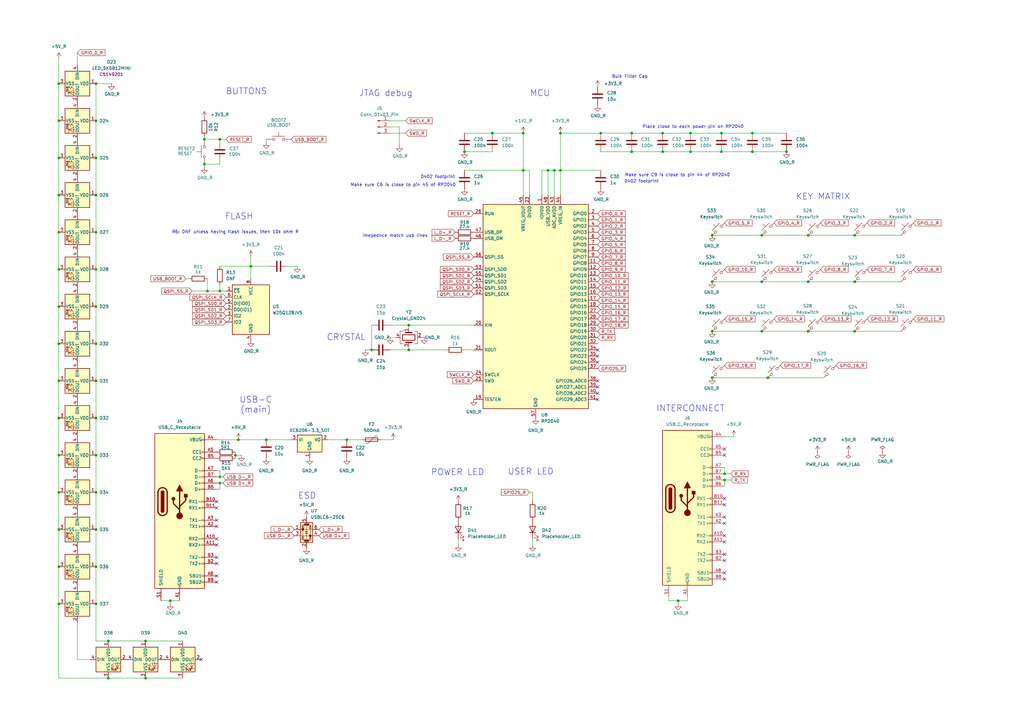
<source format=kicad_sch>
(kicad_sch (version 20231120) (generator "eeschema") (generator_version "8.0")
  (paper "A3")
  (title_block (title "Project Complex") (rev "Imaginary") (company "HRZN | KQ4SPZ"))
  (junction (at 39.37 34.29))
  (junction (at 214.63 54.61))
  (junction (at 278.13 246.38))
  (junction (at 96.52 186.69))
  (junction (at 59.69 278.13))
  (junction (at 224.79 69.85))
  (junction (at 24.13 125.73))
  (junction (at 142.24 180.34))
  (junction (at 350.52 135.89))
  (junction (at 308.61 62.23))
  (junction (at 24.13 140.97))
  (junction (at 312.42 115.57))
  (junction (at 24.13 64.77))
  (junction (at 295.91 62.23))
  (junction (at 292.1 96.52))
  (junction (at 190.5 62.23))
  (junction (at 39.37 156.21))
  (junction (at 246.38 54.61))
  (junction (at 24.13 156.21))
  (junction (at 24.13 201.93))
  (junction (at 39.37 125.73))
  (junction (at 297.18 194.31))
  (junction (at 69.85 246.38))
  (junction (at 39.37 95.25))
  (junction (at 350.52 96.52))
  (junction (at 44.45 262.89))
  (junction (at 292.1 135.89))
  (junction (at 109.22 180.34))
  (junction (at 39.37 217.17))
  (junction (at 24.13 217.17))
  (junction (at 24.13 80.01))
  (junction (at 227.33 69.85))
  (junction (at 44.45 278.13))
  (junction (at 83.82 57.15))
  (junction (at 201.93 54.61))
  (junction (at 331.47 96.52))
  (junction (at 312.42 96.52))
  (junction (at 85.09 119.38))
  (junction (at 90.17 195.58))
  (junction (at 292.1 115.57))
  (junction (at 292.1 154.94))
  (junction (at 24.13 49.53))
  (junction (at 39.37 110.49))
  (junction (at 229.87 69.85))
  (junction (at 90.17 119.38))
  (junction (at 331.47 115.57))
  (junction (at 39.37 247.65))
  (junction (at 24.13 247.65))
  (junction (at 24.13 186.69))
  (junction (at 24.13 34.29))
  (junction (at 229.87 54.61))
  (junction (at 214.63 69.85))
  (junction (at 331.47 135.89))
  (junction (at 24.13 171.45))
  (junction (at 350.52 115.57))
  (junction (at 24.13 110.49))
  (junction (at 39.37 232.41))
  (junction (at 102.87 109.22))
  (junction (at 39.37 186.69))
  (junction (at 314.96 154.94))
  (junction (at 39.37 201.93))
  (junction (at 152.4 143.51))
  (junction (at 39.37 140.97))
  (junction (at 24.13 95.25))
  (junction (at 297.18 196.85))
  (junction (at 24.13 232.41))
  (junction (at 322.58 62.23))
  (junction (at 259.08 54.61))
  (junction (at 59.69 262.89))
  (junction (at 39.37 64.77))
  (junction (at 271.78 62.23))
  (junction (at 295.91 54.61))
  (junction (at 83.82 67.31))
  (junction (at 167.64 133.35))
  (junction (at 39.37 49.53))
  (junction (at 259.08 62.23))
  (junction (at 97.79 180.34))
  (junction (at 312.42 135.89))
  (junction (at 167.64 143.51))
  (junction (at 90.17 198.12))
  (junction (at 39.37 80.01))
  (junction (at 283.21 54.61))
  (junction (at 308.61 54.61))
  (junction (at 90.17 57.15))
  (junction (at 39.37 171.45))
  (junction (at 271.78 54.61))
  (junction (at 283.21 62.23))
  (no_connect (at 88.9 215.9))
  (no_connect (at 297.18 234.95))
  (no_connect (at 245.11 156.21))
  (no_connect (at 245.11 158.75))
  (no_connect (at 297.18 237.49))
  (no_connect (at 88.9 238.76))
  (no_connect (at 297.18 207.01))
  (no_connect (at 297.18 222.25))
  (no_connect (at 297.18 204.47))
  (no_connect (at 245.11 146.05))
  (no_connect (at 245.11 161.29))
  (no_connect (at 245.11 148.59))
  (no_connect (at 88.9 223.52))
  (no_connect (at 297.18 219.71))
  (no_connect (at 88.9 231.14))
  (no_connect (at 88.9 228.6))
  (no_connect (at 297.18 184.15))
  (no_connect (at 297.18 212.09))
  (no_connect (at 297.18 214.63))
  (no_connect (at 82.55 270.51))
  (no_connect (at 88.9 220.98))
  (no_connect (at 297.18 186.69))
  (no_connect (at 297.18 229.87))
  (no_connect (at 88.9 236.22))
  (no_connect (at 88.9 208.28))
  (no_connect (at 245.11 163.83))
  (no_connect (at 88.9 205.74))
  (no_connect (at 245.11 143.51))
  (no_connect (at 88.9 213.36))
  (no_connect (at 297.18 227.33))
  (wire (pts (xy 39.37 80.01) (xy 39.37 64.77)))
  (wire (pts (xy 161.29 180.34) (xy 156.21 180.34)))
  (wire (pts (xy 109.22 180.34) (xy 119.38 180.34)))
  (wire (pts (xy 190.5 62.23) (xy 201.93 62.23)))
  (wire (pts (xy 312.42 96.52) (xy 292.1 96.52)))
  (wire (pts (xy 90.17 116.84) (xy 90.17 119.38)))
  (wire (pts (xy 69.85 247.65) (xy 69.85 246.38)))
  (wire (pts (xy 218.44 201.93) (xy 218.44 205.74)))
  (wire (pts (xy 24.13 217.17) (xy 24.13 232.41)))
  (wire (pts (xy 271.78 54.61) (xy 259.08 54.61)))
  (wire (pts (xy 312.42 115.57) (xy 292.1 115.57)))
  (wire (pts (xy 24.13 34.29) (xy 24.13 49.53)))
  (wire (pts (xy 331.47 135.89) (xy 312.42 135.89)))
  (wire (pts (xy 173.99 138.43) (xy 172.72 138.43)))
  (wire (pts (xy 167.64 142.24) (xy 167.64 143.51)))
  (wire (pts (xy 214.63 54.61) (xy 214.63 69.85)))
  (wire (pts (xy 24.13 95.25) (xy 24.13 110.49)))
  (wire (pts (xy 222.25 69.85) (xy 224.79 69.85)))
  (wire (pts (xy 66.04 246.38) (xy 69.85 246.38)))
  (wire (pts (xy 36.83 270.51) (xy 31.75 270.51)))
  (wire (pts (xy 39.37 34.29) (xy 45.72 34.29)))
  (wire (pts (xy 24.13 24.13) (xy 24.13 34.29)))
  (wire (pts (xy 281.94 246.38) (xy 281.94 245.11)))
  (wire (pts (xy 90.17 66.04) (xy 90.17 67.31)))
  (wire (pts (xy 331.47 96.52) (xy 312.42 96.52)))
  (wire (pts (xy 229.87 69.85) (xy 246.38 69.85)))
  (wire (pts (xy 214.63 69.85) (xy 214.63 80.01)))
  (wire (pts (xy 149.86 143.51) (xy 152.4 143.51)))
  (wire (pts (xy 39.37 247.65) (xy 39.37 232.41)))
  (wire (pts (xy 59.69 262.89) (xy 44.45 262.89)))
  (wire (pts (xy 24.13 232.41) (xy 24.13 247.65)))
  (wire (pts (xy 227.33 69.85) (xy 229.87 69.85)))
  (wire (pts (xy 167.64 133.35) (xy 167.64 134.62)))
  (wire (pts (xy 167.64 143.51) (xy 182.88 143.51)))
  (wire (pts (xy 308.61 62.23) (xy 322.58 62.23)))
  (wire (pts (xy 190.5 143.51) (xy 194.31 143.51)))
  (wire (pts (xy 90.17 198.12) (xy 88.9 198.12)))
  (wire (pts (xy 229.87 69.85) (xy 229.87 80.01)))
  (wire (pts (xy 90.17 109.22) (xy 102.87 109.22)))
  (wire (pts (xy 24.13 80.01) (xy 24.13 95.25)))
  (wire (pts (xy 85.09 119.38) (xy 90.17 119.38)))
  (wire (pts (xy 322.58 54.61) (xy 308.61 54.61)))
  (wire (pts (xy 190.5 54.61) (xy 201.93 54.61)))
  (wire (pts (xy 96.52 185.42) (xy 96.52 186.69)))
  (wire (pts (xy 24.13 125.73) (xy 24.13 140.97)))
  (wire (pts (xy 259.08 54.61) (xy 246.38 54.61)))
  (wire (pts (xy 160.02 138.43) (xy 162.56 138.43)))
  (wire (pts (xy 350.52 135.89) (xy 331.47 135.89)))
  (wire (pts (xy 167.64 133.35) (xy 194.31 133.35)))
  (wire (pts (xy 96.52 186.69) (xy 96.52 187.96)))
  (wire (pts (xy 39.37 49.53) (xy 39.37 34.29)))
  (wire (pts (xy 222.25 69.85) (xy 222.25 80.01)))
  (wire (pts (xy 160.02 52.07) (xy 163.83 52.07)))
  (wire (pts (xy 134.62 180.34) (xy 142.24 180.34)))
  (wire (pts (xy 39.37 217.17) (xy 39.37 201.93)))
  (wire (pts (xy 271.78 62.23) (xy 283.21 62.23)))
  (wire (pts (xy 83.82 55.88) (xy 83.82 57.15)))
  (wire (pts (xy 350.52 96.52) (xy 331.47 96.52)))
  (wire (pts (xy 148.59 180.34) (xy 142.24 180.34)))
  (wire (pts (xy 246.38 62.23) (xy 259.08 62.23)))
  (wire (pts (xy 24.13 110.49) (xy 24.13 125.73)))
  (wire (pts (xy 39.37 201.93) (xy 39.37 186.69)))
  (wire (pts (xy 295.91 62.23) (xy 308.61 62.23)))
  (wire (pts (xy 24.13 247.65) (xy 24.13 278.13)))
  (wire (pts (xy 297.18 194.31) (xy 299.72 194.31)))
  (wire (pts (xy 218.44 223.52) (xy 218.44 220.98)))
  (wire (pts (xy 297.18 196.85) (xy 297.18 199.39)))
  (wire (pts (xy 90.17 119.38) (xy 92.71 119.38)))
  (wire (pts (xy 24.13 64.77) (xy 24.13 80.01)))
  (wire (pts (xy 24.13 171.45) (xy 24.13 186.69)))
  (wire (pts (xy 297.18 196.85) (xy 299.72 196.85)))
  (wire (pts (xy 39.37 125.73) (xy 39.37 110.49)))
  (wire (pts (xy 90.17 193.04) (xy 90.17 195.58)))
  (wire (pts (xy 39.37 262.89) (xy 39.37 247.65)))
  (wire (pts (xy 166.37 49.53) (xy 160.02 49.53)))
  (wire (pts (xy 217.17 80.01) (xy 217.17 69.85)))
  (wire (pts (xy 88.9 180.34) (xy 97.79 180.34)))
  (wire (pts (xy 337.82 154.94) (xy 314.96 154.94)))
  (wire (pts (xy 283.21 62.23) (xy 295.91 62.23)))
  (wire (pts (xy 24.13 156.21) (xy 24.13 171.45)))
  (wire (pts (xy 369.57 96.52) (xy 350.52 96.52)))
  (wire (pts (xy 90.17 198.12) (xy 90.17 200.66)))
  (wire (pts (xy 39.37 156.21) (xy 39.37 140.97)))
  (wire (pts (xy 331.47 115.57) (xy 312.42 115.57)))
  (wire (pts (xy 187.96 223.52) (xy 187.96 220.98)))
  (wire (pts (xy 369.57 135.89) (xy 350.52 135.89)))
  (wire (pts (xy 163.83 52.07) (xy 163.83 59.69)))
  (wire (pts (xy 152.4 133.35) (xy 152.4 143.51)))
  (wire (pts (xy 274.32 246.38) (xy 278.13 246.38)))
  (wire (pts (xy 90.17 57.15) (xy 90.17 58.42)))
  (wire (pts (xy 227.33 69.85) (xy 227.33 80.01)))
  (wire (pts (xy 201.93 54.61) (xy 214.63 54.61)))
  (wire (pts (xy 90.17 200.66) (xy 88.9 200.66)))
  (wire (pts (xy 69.85 246.38) (xy 73.66 246.38)))
  (wire (pts (xy 217.17 69.85) (xy 214.63 69.85)))
  (wire (pts (xy 39.37 95.25) (xy 39.37 80.01)))
  (wire (pts (xy 102.87 109.22) (xy 110.49 109.22)))
  (wire (pts (xy 24.13 140.97) (xy 24.13 156.21)))
  (wire (pts (xy 76.2 114.3) (xy 77.47 114.3)))
  (wire (pts (xy 83.82 57.15) (xy 90.17 57.15)))
  (wire (pts (xy 39.37 186.69) (xy 39.37 171.45)))
  (wire (pts (xy 166.37 54.61) (xy 160.02 54.61)))
  (wire (pts (xy 102.87 105.41) (xy 102.87 109.22)))
  (wire (pts (xy 31.75 21.59) (xy 31.75 26.67)))
  (wire (pts (xy 24.13 278.13) (xy 44.45 278.13)))
  (wire (pts (xy 160.02 143.51) (xy 167.64 143.51)))
  (wire (pts (xy 31.75 255.27) (xy 31.75 270.51)))
  (wire (pts (xy 369.57 115.57) (xy 350.52 115.57)))
  (wire (pts (xy 246.38 54.61) (xy 229.87 54.61)))
  (wire (pts (xy 59.69 278.13) (xy 74.93 278.13)))
  (wire (pts (xy 91.44 195.58) (xy 90.17 195.58)))
  (wire (pts (xy 102.87 109.22) (xy 102.87 114.3)))
  (wire (pts (xy 44.45 262.89) (xy 39.37 262.89)))
  (wire (pts (xy 39.37 171.45) (xy 39.37 156.21)))
  (wire (pts (xy 278.13 246.38) (xy 281.94 246.38)))
  (wire (pts (xy 224.79 69.85) (xy 227.33 69.85)))
  (wire (pts (xy 274.32 246.38) (xy 274.32 245.11)))
  (wire (pts (xy 283.21 54.61) (xy 271.78 54.61)))
  (wire (pts (xy 109.22 58.42) (xy 109.22 57.15)))
  (wire (pts (xy 78.74 119.38) (xy 85.09 119.38)))
  (wire (pts (xy 350.52 115.57) (xy 331.47 115.57)))
  (wire (pts (xy 24.13 49.53) (xy 24.13 64.77)))
  (wire (pts (xy 121.92 109.22) (xy 118.11 109.22)))
  (wire (pts (xy 44.45 278.13) (xy 59.69 278.13)))
  (wire (pts (xy 295.91 54.61) (xy 283.21 54.61)))
  (wire (pts (xy 314.96 154.94) (xy 292.1 154.94)))
  (wire (pts (xy 39.37 232.41) (xy 39.37 217.17)))
  (wire (pts (xy 90.17 193.04) (xy 88.9 193.04)))
  (wire (pts (xy 97.79 180.34) (xy 109.22 180.34)))
  (wire (pts (xy 229.87 54.61) (xy 229.87 69.85)))
  (wire (pts (xy 224.79 69.85) (xy 224.79 80.01)))
  (wire (pts (xy 39.37 64.77) (xy 39.37 49.53)))
  (wire (pts (xy 90.17 57.15) (xy 92.71 57.15)))
  (wire (pts (xy 297.18 191.77) (xy 297.18 194.31)))
  (wire (pts (xy 259.08 62.23) (xy 271.78 62.23)))
  (wire (pts (xy 308.61 54.61) (xy 295.91 54.61)))
  (wire (pts (xy 90.17 195.58) (xy 88.9 195.58)))
  (wire (pts (xy 190.5 69.85) (xy 214.63 69.85)))
  (wire (pts (xy 39.37 110.49) (xy 39.37 95.25)))
  (wire (pts (xy 24.13 201.93) (xy 24.13 217.17)))
  (wire (pts (xy 312.42 135.89) (xy 292.1 135.89)))
  (wire (pts (xy 90.17 67.31) (xy 83.82 67.31)))
  (wire (pts (xy 39.37 140.97) (xy 39.37 125.73)))
  (wire (pts (xy 300.99 179.07) (xy 297.18 179.07)))
  (wire (pts (xy 91.44 198.12) (xy 90.17 198.12)))
  (wire (pts (xy 59.69 262.89) (xy 74.93 262.89)))
  (wire (pts (xy 24.13 186.69) (xy 24.13 201.93)))
  (wire (pts (xy 85.09 114.3) (xy 85.09 119.38)))
  (wire (pts (xy 278.13 247.65) (xy 278.13 246.38)))
  (wire (pts (xy 83.82 68.58) (xy 83.82 67.31)))
  (wire (pts (xy 217.17 201.93) (xy 218.44 201.93)))
  (wire (pts (xy 99.06 186.69) (xy 96.52 186.69)))
  (wire (pts (xy 160.02 133.35) (xy 167.64 133.35)))
  (text "Make sure C9 is close to pin 44 of RP2040" (at 277.876 71.882 0) (effects (font (size 1.27 1.27))))
  (text "0402 footprint\n" (at 263.144 74.422 0) (effects (font (size 1.27 1.27))))
  (text "CRYSTAL\n" (at 141.986 138.43 0) (effects (font (size 2.54 2.54))))
  (text "R6: DNF unless having flash issues, then 10k ohm R" (at 96.52 95.25 0) (effects (font (size 1.27 1.27))))
  (text "MCU\n" (at 221.488 38.354 0) (effects (font (size 2.54 2.54))))
  (text "KEY MATRIX\n" (at 337.566 80.772 0) (effects (font (size 2.54 2.54))))
  (text "imepednce match usb lines\n" (at 162.052 96.774 0) (effects (font (size 1.27 1.27))))
  (text "POWER LED" (at 187.706 193.802 0) (effects (font (size 2.54 2.54))))
  (text "Bulk Filter Cap\n" (at 258.318 31.496 0) (effects (font (size 1.27 1.27))))
  (text "ESD\n" (at 125.984 203.454 0) (effects (font (size 2.54 2.54))))
  (text "Place close to each power pin on RP2040\n" (at 284.226 52.07 0) (effects (font (size 1.27 1.27))))
  (text "USB-C\n(main)" (at 104.902 166.116 0) (effects (font (size 2.54 2.54))))
  (text "INTERCONNECT\n" (at 283.21 167.64 0) (effects (font (size 2.54 2.54))))
  (text "USER LED\n" (at 217.678 193.548 0) (effects (font (size 2.54 2.54))))
  (text "0402 footprint\n" (at 179.578 72.644 0) (effects (font (size 1.27 1.27))))
  (text "JTAG debug\n" (at 158.242 38.354 0) (effects (font (size 2.54 2.54))))
  (text "FLASH" (at 98.044 88.9 0) (effects (font (size 2.54 2.54))))
  (text "Make sure C6 is close to pin 45 of RP2040" (at 165.354 75.946 0) (effects (font (size 1.27 1.27))))
  (text "BUTTONS\n" (at 101.092 37.592 0) (effects (font (size 2.54 2.54))))
  (global_label "USB D-_R" (shape input) (at 120.65 219.71 180) (property "Intersheetrefs" "${INTERSHEET_REFS}" (effects (hide yes))))
  (global_label "QSPI_SD0_R" (shape input) (at 194.31 110.49 180) (property "Intersheetrefs" "${INTERSHEET_REFS}" (effects (hide yes))))
  (global_label "L_D+_R" (shape input) (at 186.69 95.25 180) (property "Intersheetrefs" "${INTERSHEET_REFS}" (effects (hide yes))))
  (global_label "GPIO_17_R" (shape input) (at 245.11 130.81 0) (property "Intersheetrefs" "${INTERSHEET_REFS}" (effects (hide yes))))
  (global_label "GPIO_9_R" (shape input) (at 245.11 110.49 0) (property "Intersheetrefs" "${INTERSHEET_REFS}" (effects (hide yes))))
  (global_label "QSPI_SS_R" (shape input) (at 78.74 119.38 180) (property "Intersheetrefs" "${INTERSHEET_REFS}" (effects (hide yes))))
  (global_label "GPIO_5_R" (shape input) (at 245.11 100.33 0) (property "Intersheetrefs" "${INTERSHEET_REFS}" (effects (hide yes))))
  (global_label "GPIO_2_R" (shape input) (at 355.6 91.44 0) (property "Intersheetrefs" "${INTERSHEET_REFS}" (effects (hide yes))))
  (global_label "R_RX" (shape input) (at 299.72 194.31 0) (property "Intersheetrefs" "${INTERSHEET_REFS}" (effects (hide yes))))
  (global_label "L_D-_R" (shape input) (at 120.65 217.17 180) (property "Intersheetrefs" "${INTERSHEET_REFS}" (effects (hide yes))))
  (global_label "SWCLK_R" (shape input) (at 166.37 49.53 0) (property "Intersheetrefs" "${INTERSHEET_REFS}" (effects (hide yes))))
  (global_label "L_D+_R" (shape input) (at 130.81 217.17 0) (property "Intersheetrefs" "${INTERSHEET_REFS}" (effects (hide yes))))
  (global_label "GPIO_14_R" (shape input) (at 317.5 130.81 0) (property "Intersheetrefs" "${INTERSHEET_REFS}" (effects (hide yes))))
  (global_label "GPIO_13_R" (shape input) (at 336.55 130.81 0) (property "Intersheetrefs" "${INTERSHEET_REFS}" (effects (hide yes))))
  (global_label "GPIO_8_R" (shape input) (at 245.11 107.95 0) (property "Intersheetrefs" "${INTERSHEET_REFS}" (effects (hide yes))))
  (global_label "GPIO_4_R" (shape input) (at 245.11 97.79 0) (property "Intersheetrefs" "${INTERSHEET_REFS}" (effects (hide yes))))
  (global_label "GPIO_7_R" (shape input) (at 245.11 105.41 0) (property "Intersheetrefs" "${INTERSHEET_REFS}" (effects (hide yes))))
  (global_label "GPIO_18_R" (shape input) (at 245.11 133.35 0) (property "Intersheetrefs" "${INTERSHEET_REFS}" (effects (hide yes))))
  (global_label "USB_BOOT_R" (shape input) (at 76.2 114.3 180) (property "Intersheetrefs" "${INTERSHEET_REFS}" (effects (hide yes))))
  (global_label "GPIO_11_R" (shape input) (at 245.11 115.57 0) (property "Intersheetrefs" "${INTERSHEET_REFS}" (effects (hide yes))))
  (global_label "GPIO25_R" (shape input) (at 217.17 201.93 180) (property "Intersheetrefs" "${INTERSHEET_REFS}" (effects (hide yes))))
  (global_label "GPIO_10_R" (shape input) (at 245.11 113.03 0) (property "Intersheetrefs" "${INTERSHEET_REFS}" (effects (hide yes))))
  (global_label "GPIO_5_R" (shape input) (at 297.18 91.44 0) (property "Intersheetrefs" "${INTERSHEET_REFS}" (effects (hide yes))))
  (global_label "GPIO_1_R" (shape input) (at 245.11 90.17 0) (property "Intersheetrefs" "${INTERSHEET_REFS}" (effects (hide yes))))
  (global_label "GPIO_14_R" (shape input) (at 245.11 123.19 0) (property "Intersheetrefs" "${INTERSHEET_REFS}" (effects (hide yes))))
  (global_label "GPIO_10_R" (shape input) (at 297.18 110.49 0) (property "Intersheetrefs" "${INTERSHEET_REFS}" (effects (hide yes))))
  (global_label "QSPI_SCLK_R" (shape input) (at 194.31 120.65 180) (property "Intersheetrefs" "${INTERSHEET_REFS}" (effects (hide yes))))
  (global_label "GPIO_13_R" (shape input) (at 245.11 120.65 0) (property "Intersheetrefs" "${INTERSHEET_REFS}" (effects (hide yes))))
  (global_label "GPIO_0_R" (shape input) (at 31.75 21.59 0) (property "Intersheetrefs" "${INTERSHEET_REFS}" (effects (hide yes))))
  (global_label "RESET_R" (shape input) (at 194.31 87.63 180) (property "Intersheetrefs" "${INTERSHEET_REFS}" (effects (hide yes))))
  (global_label "GPIO_7_R" (shape input) (at 355.6 110.49 0) (property "Intersheetrefs" "${INTERSHEET_REFS}" (effects (hide yes))))
  (global_label "SWD_R" (shape input) (at 166.37 54.61 0) (property "Intersheetrefs" "${INTERSHEET_REFS}" (effects (hide yes))))
  (global_label "QSPI_SCLK_R" (shape input) (at 92.71 121.92 180) (property "Intersheetrefs" "${INTERSHEET_REFS}" (effects (hide yes))))
  (global_label "GPIO_3_R" (shape input) (at 245.11 95.25 0) (property "Intersheetrefs" "${INTERSHEET_REFS}" (effects (hide yes))))
  (global_label "QSPI_SD3_R" (shape input) (at 92.71 132.08 180) (property "Intersheetrefs" "${INTERSHEET_REFS}" (effects (hide yes))))
  (global_label "GPIO_6_R" (shape input) (at 245.11 102.87 0) (property "Intersheetrefs" "${INTERSHEET_REFS}" (effects (hide yes))))
  (global_label "GPIO_12_R" (shape input) (at 355.6 130.81 0) (property "Intersheetrefs" "${INTERSHEET_REFS}" (effects (hide yes))))
  (global_label "USB_BOOT_R" (shape input) (at 119.38 57.15 0) (property "Intersheetrefs" "${INTERSHEET_REFS}" (effects (hide yes))))
  (global_label "GPIO_1_R" (shape input) (at 374.65 91.44 0) (property "Intersheetrefs" "${INTERSHEET_REFS}" (effects (hide yes))))
  (global_label "QSPI_SD2_R" (shape input) (at 194.31 115.57 180) (property "Intersheetrefs" "${INTERSHEET_REFS}" (effects (hide yes))))
  (global_label "L_D-_R" (shape input) (at 186.69 97.79 180) (property "Intersheetrefs" "${INTERSHEET_REFS}" (effects (hide yes))))
  (global_label "USB D-_R" (shape input) (at 91.44 195.58 0) (property "Intersheetrefs" "${INTERSHEET_REFS}" (effects (hide yes))))
  (global_label "GPIO_11_R" (shape input) (at 374.65 130.81 0) (property "Intersheetrefs" "${INTERSHEET_REFS}" (effects (hide yes))))
  (global_label "GPIO_12_R" (shape input) (at 245.11 118.11 0) (property "Intersheetrefs" "${INTERSHEET_REFS}" (effects (hide yes))))
  (global_label "GPIO_8_R" (shape input) (at 336.55 110.49 0) (property "Intersheetrefs" "${INTERSHEET_REFS}" (effects (hide yes))))
  (global_label "R_TX" (shape input) (at 245.11 135.89 0) (property "Intersheetrefs" "${INTERSHEET_REFS}" (effects (hide yes))))
  (global_label "QSPI_SD0_R" (shape input) (at 92.71 124.46 180) (property "Intersheetrefs" "${INTERSHEET_REFS}" (effects (hide yes))))
  (global_label "QSPI_SD3_R" (shape input) (at 194.31 118.11 180) (property "Intersheetrefs" "${INTERSHEET_REFS}" (effects (hide yes))))
  (global_label "GPIO_16_R" (shape input) (at 342.9 149.86 0) (property "Intersheetrefs" "${INTERSHEET_REFS}" (effects (hide yes))))
  (global_label "QSPI_SD1_R" (shape input) (at 92.71 127 180) (property "Intersheetrefs" "${INTERSHEET_REFS}" (effects (hide yes))))
  (global_label "USB D+_R" (shape input) (at 130.81 219.71 0) (property "Intersheetrefs" "${INTERSHEET_REFS}" (effects (hide yes))))
  (global_label "GPIO_9_R" (shape input) (at 317.5 110.49 0) (property "Intersheetrefs" "${INTERSHEET_REFS}" (effects (hide yes))))
  (global_label "GPIO_16_R" (shape input) (at 245.11 128.27 0) (property "Intersheetrefs" "${INTERSHEET_REFS}" (effects (hide yes))))
  (global_label "GPIO_15_R" (shape input) (at 245.11 125.73 0) (property "Intersheetrefs" "${INTERSHEET_REFS}" (effects (hide yes))))
  (global_label "SWD_R" (shape input) (at 194.31 156.21 180) (property "Intersheetrefs" "${INTERSHEET_REFS}" (effects (hide yes))))
  (global_label "QSPI_SD1_R" (shape input) (at 194.31 113.03 180) (property "Intersheetrefs" "${INTERSHEET_REFS}" (effects (hide yes))))
  (global_label "GPIO_4_R" (shape input) (at 317.5 91.44 0) (property "Intersheetrefs" "${INTERSHEET_REFS}" (effects (hide yes))))
  (global_label "QSPI_SD2_R" (shape input) (at 92.71 129.54 180) (property "Intersheetrefs" "${INTERSHEET_REFS}" (effects (hide yes))))
  (global_label "USB D+_R" (shape input) (at 91.44 198.12 0) (property "Intersheetrefs" "${INTERSHEET_REFS}" (effects (hide yes))))
  (global_label "R_RX" (shape input) (at 245.11 138.43 0) (property "Intersheetrefs" "${INTERSHEET_REFS}" (effects (hide yes))))
  (global_label "GPIO_18_R" (shape input) (at 297.18 149.86 0) (property "Intersheetrefs" "${INTERSHEET_REFS}" (effects (hide yes))))
  (global_label "GPIO_6_R" (shape input) (at 374.65 110.49 0) (property "Intersheetrefs" "${INTERSHEET_REFS}" (effects (hide yes))))
  (global_label "R_TX" (shape input) (at 299.72 196.85 0) (property "Intersheetrefs" "${INTERSHEET_REFS}" (effects (hide yes))))
  (global_label "GPIO_17_R" (shape input) (at 320.04 149.86 0) (property "Intersheetrefs" "${INTERSHEET_REFS}" (effects (hide yes))))
  (global_label "RESET_R" (shape input) (at 92.71 57.15 0) (property "Intersheetrefs" "${INTERSHEET_REFS}" (effects (hide yes))))
  (global_label "GPIO_3_R" (shape input) (at 336.55 91.44 0) (property "Intersheetrefs" "${INTERSHEET_REFS}" (effects (hide yes))))
  (global_label "SWCLK_R" (shape input) (at 194.31 153.67 180) (property "Intersheetrefs" "${INTERSHEET_REFS}" (effects (hide yes))))
  (global_label "GPIO_15_R" (shape input) (at 297.18 130.81 0) (property "Intersheetrefs" "${INTERSHEET_REFS}" (effects (hide yes))))
  (global_label "GPIO_2_R" (shape input) (at 245.11 92.71 0) (property "Intersheetrefs" "${INTERSHEET_REFS}" (effects (hide yes))))
  (global_label "QSPI_SS_R" (shape input) (at 194.31 105.41 180) (property "Intersheetrefs" "${INTERSHEET_REFS}" (effects (hide yes))))
  (global_label "GPIO25_R" (shape input) (at 245.11 151.13 0) (property "Intersheetrefs" "${INTERSHEET_REFS}" (effects (hide yes))))
  (global_label "GPIO_0_R" (shape input) (at 245.11 87.63 0) (property "Intersheetrefs" "${INTERSHEET_REFS}" (effects (hide yes))))
  (symbol (lib_id "Device:C") (at 156.21 133.35 270) (unit 1)
    (property "Reference" "C23" (at 156.21 125.73 90))
    (property "Value" "15p" (at 156.21 128.27 90))
    (property "Footprint" "Capacitor_SMD:C_0603_1608Metric" (effects (hide yes)))
    (property "Description" "Unpolarized capacitor" (effects (hide yes)))
  )
  (symbol (lib_id "ScottoKeebs:LED_SK6812MINI") (at 31.75 80.01 270) (unit 1)
    (property "Reference" "D26" (at 42.672 80.01 90))
    (property "Value" "LED_SK6812MINI" (effects (hide yes)))
    (property "Footprint" "ScottoKeebs_Components:LED_SK6812MINI" (effects (hide yes)))
    (property "Datasheet" "https://cdn-shop.adafruit.com/product-files/2686/SK6812MINI_REV.01-1-2.pdf" (effects (hide yes)))
    (property "Description" "RGB LED with integrated controller" (effects (hide yes)))
    (property "LCSC" "C5149201" (effects (hide yes)))
  )
  (symbol (lib_id "power:GND") (at 219.71 171.45 0) (unit 1)
    (property "Reference" "#PWR068" (effects (hide yes)))
    (property "Value" "GND_R" (at 219.71 176.53 0))
    (property "Description" "Power symbol creates a global label with name \"GND\" , ground" (effects (hide yes)))
  )
  (symbol (lib_id "power:+3V3") (at 335.28 185.42 0) (unit 1)
    (property "Reference" "#PWR076" (effects (hide yes)))
    (property "Value" "+3V3_R" (at 335.28 180.34 0))
    (property "Description" "Power symbol creates a global label with name \"+3V3\"" (effects (hide yes)))
  )
  (symbol (lib_id "Device:C") (at 190.5 73.66 0) (unit 1)
    (property "Reference" "C26" (at 194.31 72.3899 0) (effects (justify left)))
    (property "Value" "1u" (at 194.31 74.9299 0) (effects (justify left)))
    (property "Footprint" "Capacitor_SMD:C_0603_1608Metric" (effects (hide yes)))
    (property "Description" "Unpolarized capacitor" (effects (hide yes)))
  )
  (symbol (lib_id "Device:C") (at 259.08 58.42 0) (unit 1)
    (property "Reference" "C31" (at 262.89 57.1499 0) (effects (justify left)))
    (property "Value" "100n" (at 262.89 59.6899 0) (effects (justify left)))
    (property "Footprint" "Capacitor_SMD:C_0603_1608Metric" (effects (hide yes)))
    (property "Description" "Unpolarized capacitor" (effects (hide yes)))
  )
  (symbol (lib_id "Device:C") (at 114.3 109.22 90) (unit 1)
    (property "Reference" "C21" (at 114.3 101.6 90))
    (property "Value" "100n" (at 114.3 104.14 90))
    (property "Footprint" "Capacitor_SMD:C_0603_1608Metric" (effects (hide yes)))
    (property "Description" "Unpolarized capacitor" (effects (hide yes)))
  )
  (symbol (lib_id "Device:C") (at 156.21 143.51 270) (unit 1)
    (property "Reference" "C24" (at 156.21 148.082 90))
    (property "Value" "15p" (at 156.21 150.622 90))
    (property "Footprint" "Capacitor_SMD:C_0603_1608Metric" (effects (hide yes)))
    (property "Description" "Unpolarized capacitor" (effects (hide yes)))
  )
  (symbol (lib_id "power:GND") (at 218.44 223.52 0) (unit 1)
    (property "Reference" "#PWR067" (effects (hide yes)))
    (property "Value" "GND_R" (at 218.694 227.838 0))
    (property "Description" "Power symbol creates a global label with name \"GND\" , ground" (effects (hide yes)))
  )
  (symbol (lib_id "Device:R") (at 190.5 97.79 270) (unit 1)
    (property "Reference" "R19" (at 190.5 100.076 90))
    (property "Value" "27.4" (at 190.5 101.854 90))
    (property "Footprint" "Resistor_SMD:R_0603_1608Metric" (effects (hide yes)))
    (property "Description" "Resistor" (effects (hide yes)))
  )
  (symbol (lib_id "ScottoKeebs:Placeholder_Keyswitch") (at 334.01 93.98 0) (mirror y) (unit 1)
    (property "Reference" "S26" (at 331.216 86.36 0))
    (property "Value" "Keyswitch" (at 331.216 88.9 0))
    (property "Footprint" "ScottoKeebs_Hotswap:Hotswap_Choc_V2_Plated_1.00u" (effects (hide yes)))
    (property "Description" "Push button switch, normally open, two pins, 45° tilted" (effects (hide yes)))
  )
  (symbol (lib_id "Device:R") (at 92.71 185.42 90) (unit 1)
    (property "Reference" "R14" (at 92.456 181.61 90))
    (property "Value" "5K1" (at 92.456 183.388 90))
    (property "Footprint" "Resistor_SMD:R_0603_1608Metric" (effects (hide yes)))
    (property "Description" "Resistor" (effects (hide yes)))
  )
  (symbol (lib_id "ScottoKeebs:Placeholder_Keyswitch") (at 334.01 133.35 0) (mirror y) (unit 1)
    (property "Reference" "S28" (at 331.216 125.476 0))
    (property "Value" "Keyswitch" (at 331.216 128.016 0))
    (property "Footprint" "ScottoKeebs_Hotswap:Hotswap_Choc_V2_Plated_1.00u" (effects (hide yes)))
    (property "Description" "Push button switch, normally open, two pins, 45° tilted" (effects (hide yes)))
  )
  (symbol (lib_id "ScottoKeebs:Placeholder_Keyswitch") (at 372.11 113.03 0) (mirror y) (unit 1)
    (property "Reference" "S20" (at 369.316 105.156 0))
    (property "Value" "Keyswitch" (at 369.316 107.696 0))
    (property "Footprint" "ScottoKeebs_Hotswap:Hotswap_Choc_V2_Plated_1.00u" (effects (hide yes)))
    (property "Description" "Push button switch, normally open, two pins, 45° tilted" (effects (hide yes)))
  )
  (symbol (lib_id "Device:R") (at 218.44 209.55 0) (unit 1)
    (property "Reference" "R20" (at 222.25 208.534 0))
    (property "Value" "1k" (at 222.25 210.566 0))
    (property "Footprint" "Resistor_SMD:R_0603_1608Metric" (effects (hide yes)))
    (property "Description" "Resistor" (effects (hide yes)))
  )
  (symbol (lib_id "power:GND") (at 109.22 58.42 0) (unit 1)
    (property "Reference" "#PWR047" (effects (hide yes)))
    (property "Value" "GND_R" (at 109.474 62.738 0))
    (property "Description" "Power symbol creates a global label with name \"GND\" , ground" (effects (hide yes)))
  )
  (symbol (lib_id "ScottoKeebs:Placeholder_Keyswitch") (at 317.5 152.4 0) (mirror y) (unit 1)
    (property "Reference" "S29" (at 314.706 144.526 0))
    (property "Value" "Keyswitch" (at 314.706 147.066 0))
    (property "Footprint" "ScottoKeebs_Hotswap:Hotswap_Choc_V2_Plated_1.00u" (effects (hide yes)))
    (property "Description" "Push button switch, normally open, two pins, 45° tilted" (effects (hide yes)))
  )
  (symbol (lib_id "power:+5V") (at 300.99 179.07 0) (unit 1)
    (property "Reference" "#PWR074" (effects (hide yes)))
    (property "Value" "+5V_R" (at 300.99 173.99 0))
    (property "Description" "Power symbol creates a global label with name \"+5V\"" (effects (hide yes)))
  )
  (symbol (lib_id "power:GND") (at 187.96 223.52 0) (unit 1)
    (property "Reference" "#PWR062" (effects (hide yes)))
    (property "Value" "GND_R" (at 188.214 227.838 0))
    (property "Description" "Power symbol creates a global label with name \"GND\" , ground" (effects (hide yes)))
  )
  (symbol (lib_id "ScottoKeebs:LED_SK6812MINI") (at 31.75 156.21 270) (unit 1)
    (property "Reference" "D31" (at 42.672 156.21 90))
    (property "Value" "LED_SK6812MINI" (effects (hide yes)))
    (property "Footprint" "ScottoKeebs_Components:LED_SK6812MINI" (effects (hide yes)))
    (property "Datasheet" "https://cdn-shop.adafruit.com/product-files/2686/SK6812MINI_REV.01-1-2.pdf" (effects (hide yes)))
    (property "Description" "RGB LED with integrated controller" (effects (hide yes)))
    (property "LCSC" "C5149201" (effects (hide yes)))
  )
  (symbol (lib_id "power:GND") (at 163.83 59.69 0) (unit 1)
    (property "Reference" "#PWR058" (effects (hide yes)))
    (property "Value" "GND_R" (at 164.084 64.008 0))
    (property "Description" "Power symbol creates a global label with name \"GND\" , ground" (effects (hide yes)))
  )
  (symbol (lib_id "ScottoKeebs:Placeholder_Keyswitch") (at 314.96 113.03 0) (mirror y) (unit 1)
    (property "Reference" "S31" (at 312.42 105.156 0))
    (property "Value" "Keyswitch" (at 312.42 107.696 0))
    (property "Footprint" "ScottoKeebs_Hotswap:Hotswap_Choc_V2_Plated_1.00u" (effects (hide yes)))
    (property "Description" "Push button switch, normally open, two pins, 45° tilted" (effects (hide yes)))
  )
  (symbol (lib_id "power:+5V") (at 125.73 212.09 0) (unit 1)
    (property "Reference" "#PWR054" (effects (hide yes)))
    (property "Value" "+5V_R" (at 125.73 207.01 0))
    (property "Description" "Power symbol creates a global label with name \"+5V\"" (effects (hide yes)))
  )
  (symbol (lib_id "power:+3V3") (at 161.29 180.34 0) (unit 1)
    (property "Reference" "#PWR057" (effects (hide yes)))
    (property "Value" "+3V3_R" (at 161.29 175.26 0))
    (property "Description" "Power symbol creates a global label with name \"+3V3\"" (effects (hide yes)))
  )
  (symbol (lib_id "ScottoKeebs:LED_SK6812MINI") (at 31.75 171.45 270) (unit 1)
    (property "Reference" "D32" (at 42.672 171.45 90))
    (property "Value" "LED_SK6812MINI" (effects (hide yes)))
    (property "Footprint" "ScottoKeebs_Components:LED_SK6812MINI" (effects (hide yes)))
    (property "Datasheet" "https://cdn-shop.adafruit.com/product-files/2686/SK6812MINI_REV.01-1-2.pdf" (effects (hide yes)))
    (property "Description" "RGB LED with integrated controller" (effects (hide yes)))
    (property "LCSC" "C5149201" (effects (hide yes)))
  )
  (symbol (lib_id "Device:R") (at 186.69 143.51 90) (unit 1)
    (property "Reference" "R16" (at 186.69 138.43 90))
    (property "Value" "1k" (at 186.69 140.97 90))
    (property "Footprint" "Resistor_SMD:R_0603_1608Metric" (effects (hide yes)))
    (property "Description" "Resistor" (effects (hide yes)))
  )
  (symbol (lib_id "Connector:USB_C_Receptacle") (at 73.66 205.74 0) (unit 1)
    (property "Reference" "J4" (at 73.66 172.72 0))
    (property "Value" "USB_C_Receptacle" (at 73.66 175.26 0))
    (property "Footprint" "Connector_USB:USB_C_Receptacle_HRO_TYPE-C-31-M-12" (effects (hide yes)))
    (property "Datasheet" "https://www.usb.org/sites/default/files/documents/usb_type-c.zip" (effects (hide yes)))
    (property "Description" "USB Full-Featured Type-C Receptacle connector" (effects (hide yes)))
  )
  (symbol (lib_id "ScottoKeebs:LED_SK6812MINI") (at 31.75 186.69 270) (unit 1)
    (property "Reference" "D33" (at 42.672 186.69 90))
    (property "Value" "LED_SK6812MINI" (effects (hide yes)))
    (property "Footprint" "ScottoKeebs_Components:LED_SK6812MINI" (effects (hide yes)))
    (property "Datasheet" "https://cdn-shop.adafruit.com/product-files/2686/SK6812MINI_REV.01-1-2.pdf" (effects (hide yes)))
    (property "Description" "RGB LED with integrated controller" (effects (hide yes)))
    (property "LCSC" "C5149201" (effects (hide yes)))
  )
  (symbol (lib_id "power:+3V3") (at 102.87 105.41 0) (unit 1)
    (property "Reference" "#PWR049" (effects (hide yes)))
    (property "Value" "+3V3_R" (at 102.87 100.33 0))
    (property "Description" "Power symbol creates a global label with name \"+3V3\"" (effects (hide yes)))
  )
  (symbol (lib_id "power:GND") (at 278.13 247.65 0) (unit 1)
    (property "Reference" "#PWR073" (effects (hide yes)))
    (property "Value" "GND_R" (at 276.098 251.46 0) (effects (justify left)))
    (property "Description" "Power symbol creates a global label with name \"GND\" , ground" (effects (hide yes)))
  )
  (symbol (lib_id "ScottoKeebs:LED_SK6812MINI") (at 31.75 232.41 270) (unit 1)
    (property "Reference" "D36" (at 42.672 232.41 90))
    (property "Value" "LED_SK6812MINI" (effects (hide yes)))
    (property "Footprint" "ScottoKeebs_Components:LED_SK6812MINI" (effects (hide yes)))
    (property "Datasheet" "https://cdn-shop.adafruit.com/product-files/2686/SK6812MINI_REV.01-1-2.pdf" (effects (hide yes)))
    (property "Description" "RGB LED with integrated controller" (effects (hide yes)))
    (property "LCSC" "C5149201" (effects (hide yes)))
  )
  (symbol (lib_id "ScottoKeebs:Placeholder_Keyswitch") (at 372.11 133.35 0) (mirror y) (unit 1)
    (property "Reference" "S21" (at 369.316 125.476 0))
    (property "Value" "Keyswitch" (at 369.316 128.016 0))
    (property "Footprint" "ScottoKeebs_Hotswap:Hotswap_Choc_V2_Plated_1.00u" (effects (hide yes)))
    (property "Description" "Push button switch, normally open, two pins, 45° tilted" (effects (hide yes)))
  )
  (symbol (lib_id "ScottoKeebs:Placeholder_LED") (at 187.96 217.17 90) (unit 1)
    (property "Reference" "D41" (at 191.77 217.4874 90) (effects (justify right)))
    (property "Value" "Placeholder_LED" (at 191.77 220.0274 90) (effects (justify right)))
    (property "Footprint" "ScottoKeebs_Components:LED_0805" (effects (hide yes)))
    (property "Description" "Light emitting diode" (effects (hide yes)))
  )
  (symbol (lib_id "power:GND") (at 45.72 34.29 0) (unit 1)
    (property "Reference" "#PWR086" (effects (hide yes)))
    (property "Value" "GND_R" (at 45.974 38.608 0))
    (property "Description" "Power symbol creates a global label with name \"GND\" , ground" (effects (hide yes)))
  )
  (symbol (lib_id "Connector:Conn_01x03_Pin") (at 154.94 52.07 0) (unit 1) (in_bom no)
    (property "Reference" "J5" (at 155.575 44.45 0))
    (property "Value" "Conn_01x03_Pin" (at 155.575 46.99 0))
    (property "Footprint" "Connector_JST:JST_XH_B3B-XH-AM_1x03_P2.50mm_Vertical" (effects (hide yes)))
    (property "Description" "Generic connector, single row, 01x03, script generated" (effects (hide yes)))
  )
  (symbol (lib_id "ScottoKeebs:LED_SK6812MINI") (at 31.75 125.73 270) (unit 1)
    (property "Reference" "D29" (at 42.672 125.73 90))
    (property "Value" "LED_SK6812MINI" (effects (hide yes)))
    (property "Footprint" "ScottoKeebs_Components:LED_SK6812MINI" (effects (hide yes)))
    (property "Datasheet" "https://cdn-shop.adafruit.com/product-files/2686/SK6812MINI_REV.01-1-2.pdf" (effects (hide yes)))
    (property "Description" "RGB LED with integrated controller" (effects (hide yes)))
    (property "LCSC" "C5149201" (effects (hide yes)))
  )
  (symbol (lib_id "Device:R") (at 81.28 114.3 90) (unit 1)
    (property "Reference" "R11" (at 81.28 109.474 90))
    (property "Value" "1k" (at 81.28 111.506 90))
    (property "Footprint" "Resistor_SMD:R_0603_1608Metric" (effects (hide yes)))
    (property "Description" "Resistor" (effects (hide yes)))
  )
  (symbol (lib_id "Device:R") (at 92.71 187.96 90) (unit 1)
    (property "Reference" "R15" (at 92.71 189.992 90))
    (property "Value" "5K1" (at 92.71 192.024 90))
    (property "Footprint" "Resistor_SMD:R_0603_1608Metric" (effects (hide yes)))
    (property "Description" "Resistor" (effects (hide yes)))
  )
  (symbol (lib_id "Device:C") (at 245.11 39.37 0) (unit 1)
    (property "Reference" "C28" (at 248.92 38.0999 0) (effects (justify left)))
    (property "Value" "10u" (at 248.92 40.6399 0) (effects (justify left)))
    (property "Footprint" "Capacitor_SMD:C_0603_1608Metric" (effects (hide yes)))
    (property "Description" "Unpolarized capacitor" (effects (hide yes)))
  )
  (symbol (lib_id "power:GND") (at 109.22 187.96 0) (unit 1)
    (property "Reference" "#PWR048" (effects (hide yes)))
    (property "Value" "GND_R" (at 109.22 193.04 0))
    (property "Description" "Power symbol creates a global label with name \"GND\" , ground" (effects (hide yes)))
  )
  (symbol (lib_id "ScottoKeebs:Placeholder_Polyfuse") (at 152.4 180.34 0) (unit 1)
    (property "Reference" "F2" (at 152.4 173.99 0))
    (property "Value" "500mA" (at 152.4 176.53 0))
    (property "Footprint" "ScottoKeebs_Components:Fuse_0603" (effects (hide yes)))
    (property "Description" "Resettable fuse, polymeric positive temperature coefficient" (effects (hide yes)))
  )
  (symbol (lib_id "Device:C") (at 190.5 58.42 0) (unit 1)
    (property "Reference" "C25" (at 194.31 57.1499 0) (effects (justify left)))
    (property "Value" "100n" (at 194.31 59.6899 0) (effects (justify left)))
    (property "Footprint" "Capacitor_SMD:C_0603_1608Metric" (effects (hide yes)))
    (property "Description" "Unpolarized capacitor" (effects (hide yes)))
  )
  (symbol (lib_id "Power_Protection:USBLC6-2SC6") (at 125.73 217.17 0) (unit 1)
    (property "Reference" "U7" (at 127.3811 209.55 0) (effects (justify left)))
    (property "Value" "USBLC6-2SC6" (at 127.3811 212.09 0) (effects (justify left)))
    (property "Footprint" "Package_TO_SOT_SMD:SOT-23-6" (effects (hide yes)))
    (property "Datasheet" "https://www.st.com/resource/en/datasheet/usblc6-2.pdf" (effects (hide yes)))
    (property "Description" "Very low capacitance ESD protection diode, 2 data-line, SOT-23-6" (effects (hide yes)))
  )
  (symbol (lib_id "power:+5V") (at 24.13 24.13 0) (unit 1)
    (property "Reference" "#PWR085" (effects (hide yes)))
    (property "Value" "+5V_R" (at 24.13 19.05 0))
    (property "Description" "Power symbol creates a global label with name \"+5V\"" (effects (hide yes)))
  )
  (symbol (lib_id "ScottoKeebs:Placeholder_Keyswitch") (at 314.96 133.35 0) (mirror y) (unit 1)
    (property "Reference" "S32" (at 312.166 125.73 0))
    (property "Value" "Keyswitch" (at 312.166 128.27 0))
    (property "Footprint" "ScottoKeebs_Hotswap:Hotswap_Choc_V2_Plated_1.00u" (effects (hide yes)))
    (property "Description" "Push button switch, normally open, two pins, 45° tilted" (effects (hide yes)))
  )
  (symbol (lib_id "power:GND") (at 292.1 154.94 0) (mirror y) (unit 1)
    (property "Reference" "#PWR082" (effects (hide yes)))
    (property "Value" "GND_R" (at 291.846 159.258 0))
    (property "Description" "Power symbol creates a global label with name \"GND\" , ground" (effects (hide yes)))
  )
  (symbol (lib_id "power:GND") (at 173.99 138.43 0) (unit 1)
    (property "Reference" "#PWR060" (effects (hide yes)))
    (property "Value" "GND_R" (at 177.292 138.43 0))
    (property "Description" "Power symbol creates a global label with name \"GND\" , ground" (effects (hide yes)))
  )
  (symbol (lib_id "ScottoKeebs:LED_SK6812MINI") (at 31.75 201.93 270) (unit 1)
    (property "Reference" "D34" (at 42.672 201.93 90))
    (property "Value" "LED_SK6812MINI" (effects (hide yes)))
    (property "Footprint" "ScottoKeebs_Components:LED_SK6812MINI" (effects (hide yes)))
    (property "Datasheet" "https://cdn-shop.adafruit.com/product-files/2686/SK6812MINI_REV.01-1-2.pdf" (effects (hide yes)))
    (property "Description" "RGB LED with integrated controller" (effects (hide yes)))
    (property "LCSC" "C5149201" (effects (hide yes)))
  )
  (symbol (lib_id "ScottoKeebs:LED_SK6812MINI") (at 31.75 110.49 270) (unit 1)
    (property "Reference" "D28" (at 42.672 110.49 90))
    (property "Value" "LED_SK6812MINI" (effects (hide yes)))
    (property "Footprint" "ScottoKeebs_Components:LED_SK6812MINI" (effects (hide yes)))
    (property "Datasheet" "https://cdn-shop.adafruit.com/product-files/2686/SK6812MINI_REV.01-1-2.pdf" (effects (hide yes)))
    (property "Description" "RGB LED with integrated controller" (effects (hide yes)))
    (property "LCSC" "C5149201" (effects (hide yes)))
  )
  (symbol (lib_id "ScottoKeebs:Placeholder_Keyswitch") (at 372.11 93.98 0) (mirror y) (unit 1)
    (property "Reference" "S19" (at 369.316 86.36 0))
    (property "Value" "Keyswitch" (at 369.316 88.9 0))
    (property "Footprint" "ScottoKeebs_Hotswap:Hotswap_Choc_V2_Plated_1.00u" (effects (hide yes)))
    (property "Description" "Push button switch, normally open, two pins, 45° tilted" (effects (hide yes)))
  )
  (symbol (lib_id "power:GND") (at 127 187.96 0) (unit 1)
    (property "Reference" "#PWR051" (effects (hide yes)))
    (property "Value" "GND_R" (at 127 193.04 0))
    (property "Description" "Power symbol creates a global label with name \"GND\" , ground" (effects (hide yes)))
  )
  (symbol (lib_id "Connector:USB_C_Receptacle") (at 281.94 204.47 0) (unit 1)
    (property "Reference" "J6" (at 281.94 171.45 0))
    (property "Value" "USB_C_Receptacle" (at 281.94 173.99 0))
    (property "Footprint" "Connector_USB:USB_C_Receptacle_HRO_TYPE-C-31-M-12" (effects (hide yes)))
    (property "Datasheet" "https://www.usb.org/sites/default/files/documents/usb_type-c.zip" (effects (hide yes)))
    (property "Description" "USB Full-Featured Type-C Receptacle connector" (effects (hide yes)))
  )
  (symbol (lib_id "power:GND") (at 292.1 135.89 0) (mirror y) (unit 1)
    (property "Reference" "#PWR081" (effects (hide yes)))
    (property "Value" "GND_R" (at 291.846 140.208 0))
    (property "Description" "Power symbol creates a global label with name \"GND\" , ground" (effects (hide yes)))
  )
  (symbol (lib_id "ScottoKeebs:Placeholder_Keyswitch") (at 294.64 133.35 0) (mirror y) (unit 1)
    (property "Reference" "S35" (at 291.338 125.73 0))
    (property "Value" "Keyswitch" (at 291.338 128.27 0))
    (property "Footprint" "ScottoKeebs_Hotswap:Hotswap_Choc_V2_Plated_1.00u" (effects (hide yes)))
    (property "Description" "Push button switch, normally open, two pins, 45° tilted" (effects (hide yes)))
  )
  (symbol (lib_id "power:GND") (at 83.82 68.58 0) (unit 1)
    (property "Reference" "#PWR044" (effects (hide yes)))
    (property "Value" "GND_R" (at 84.074 72.898 0))
    (property "Description" "Power symbol creates a global label with name \"GND\" , ground" (effects (hide yes)))
  )
  (symbol (lib_id "ScottoKeebs:Placeholder_Keyswitch") (at 314.96 93.98 0) (mirror y) (unit 1)
    (property "Reference" "S30" (at 312.166 86.36 0))
    (property "Value" "Keyswitch" (at 312.166 88.9 0))
    (property "Footprint" "ScottoKeebs_Hotswap:Hotswap_Choc_V2_Plated_1.00u" (effects (hide yes)))
    (property "Description" "Push button switch, normally open, two pins, 45° tilted" (effects (hide yes)))
  )
  (symbol (lib_id "ScottoKeebs:LED_SK6812MINI") (at 31.75 95.25 270) (unit 1)
    (property "Reference" "D27" (at 42.672 95.25 90))
    (property "Value" "LED_SK6812MINI" (effects (hide yes)))
    (property "Footprint" "ScottoKeebs_Components:LED_SK6812MINI" (effects (hide yes)))
    (property "Datasheet" "https://cdn-shop.adafruit.com/product-files/2686/SK6812MINI_REV.01-1-2.pdf" (effects (hide yes)))
    (property "Description" "RGB LED with integrated controller" (effects (hide yes)))
    (property "LCSC" "C5149201" (effects (hide yes)))
  )
  (symbol (lib_id "power:+3V3") (at 83.82 48.26 0) (unit 1)
    (property "Reference" "#PWR043" (effects (hide yes)))
    (property "Value" "+3V3_R" (at 86.36 46.9899 0) (effects (justify left)))
    (property "Description" "Power symbol creates a global label with name \"+3V3\"" (effects (hide yes)))
  )
  (symbol (lib_id "power:PWR_FLAG") (at 347.98 185.42 180) (unit 1)
    (property "Reference" "#FLG05" (effects (hide yes)))
    (property "Value" "PWR_FLAG" (at 347.98 190.5 0))
    (property "Description" "Special symbol for telling ERC where power comes from" (effects (hide yes)))
  )
  (symbol (lib_id "power:GND") (at 190.5 62.23 0) (unit 1)
    (property "Reference" "#PWR063" (effects (hide yes)))
    (property "Value" "GND_R" (at 190.754 66.548 0))
    (property "Description" "Power symbol creates a global label with name \"GND\" , ground" (effects (hide yes)))
  )
  (symbol (lib_id "power:GND") (at 102.87 139.7 0) (unit 1)
    (property "Reference" "#PWR050" (effects (hide yes)))
    (property "Value" "GND_R" (at 103.124 144.018 0))
    (property "Description" "Power symbol creates a global label with name \"GND\" , ground" (effects (hide yes)))
  )
  (symbol (lib_id "ScottoKeebs:LED_SK6812MINI") (at 31.75 140.97 270) (unit 1)
    (property "Reference" "D30" (at 42.672 140.97 90))
    (property "Value" "LED_SK6812MINI" (effects (hide yes)))
    (property "Footprint" "ScottoKeebs_Components:LED_SK6812MINI" (effects (hide yes)))
    (property "Datasheet" "https://cdn-shop.adafruit.com/product-files/2686/SK6812MINI_REV.01-1-2.pdf" (effects (hide yes)))
    (property "Description" "RGB LED with integrated controller" (effects (hide yes)))
    (property "LCSC" "C5149201" (effects (hide yes)))
  )
  (symbol (lib_id "Device:C") (at 295.91 58.42 0) (unit 1)
    (property "Reference" "C34" (at 299.72 57.1499 0) (effects (justify left)))
    (property "Value" "100n" (at 299.72 59.6899 0) (effects (justify left)))
    (property "Footprint" "Capacitor_SMD:C_0603_1608Metric" (effects (hide yes)))
    (property "Description" "Unpolarized capacitor" (effects (hide yes)))
  )
  (symbol (lib_id "power:+3V3") (at 245.11 35.56 0) (unit 1)
    (property "Reference" "#PWR070" (effects (hide yes)))
    (property "Value" "+3V3_R" (at 247.65 34.2899 0) (effects (justify left)))
    (property "Description" "Power symbol creates a global label with name \"+3V3\"" (effects (hide yes)))
  )
  (symbol (lib_id "power:PWR_FLAG") (at 335.28 185.42 180) (unit 1)
    (property "Reference" "#FLG04" (effects (hide yes)))
    (property "Value" "PWR_FLAG" (at 335.28 190.5 0))
    (property "Description" "Special symbol for telling ERC where power comes from" (effects (hide yes)))
  )
  (symbol (lib_id "Device:R") (at 187.96 209.55 0) (unit 1)
    (property "Reference" "R17" (at 191.77 208.534 0))
    (property "Value" "1k" (at 191.77 210.566 0))
    (property "Footprint" "Resistor_SMD:R_0603_1608Metric" (effects (hide yes)))
    (property "Description" "Resistor" (effects (hide yes)))
  )
  (symbol (lib_id "power:GND") (at 292.1 115.57 0) (mirror y) (unit 1)
    (property "Reference" "#PWR080" (effects (hide yes)))
    (property "Value" "GND_R" (at 291.846 119.888 0))
    (property "Description" "Power symbol creates a global label with name \"GND\" , ground" (effects (hide yes)))
  )
  (symbol (lib_id "ScottoKeebs:LED_SK6812MINI") (at 31.75 64.77 270) (unit 1)
    (property "Reference" "D25" (at 42.672 64.77 90))
    (property "Value" "LED_SK6812MINI" (effects (hide yes)))
    (property "Footprint" "ScottoKeebs_Components:LED_SK6812MINI" (effects (hide yes)))
    (property "Datasheet" "https://cdn-shop.adafruit.com/product-files/2686/SK6812MINI_REV.01-1-2.pdf" (effects (hide yes)))
    (property "Description" "RGB LED with integrated controller" (effects (hide yes)))
    (property "LCSC" "C5149201" (effects (hide yes)))
  )
  (symbol (lib_id "Device:C") (at 322.58 58.42 0) (unit 1)
    (property "Reference" "C36" (at 326.39 57.1499 0) (effects (justify left)))
    (property "Value" "100n" (at 326.39 59.6899 0) (effects (justify left)))
    (property "Footprint" "Capacitor_SMD:C_0603_1608Metric" (effects (hide yes)))
    (property "Description" "Unpolarized capacitor" (effects (hide yes)))
  )
  (symbol (lib_id "power:GND") (at 322.58 62.23 0) (unit 1)
    (property "Reference" "#PWR075" (effects (hide yes)))
    (property "Value" "GND_R" (at 322.834 66.548 0))
    (property "Description" "Power symbol creates a global label with name \"GND\" , ground" (effects (hide yes)))
  )
  (symbol (lib_id "power:GND") (at 292.1 96.52 0) (mirror y) (unit 1)
    (property "Reference" "#PWR079" (effects (hide yes)))
    (property "Value" "GND_R" (at 291.846 100.838 0))
    (property "Description" "Power symbol creates a global label with name \"GND\" , ground" (effects (hide yes)))
  )
  (symbol (lib_id "ScottoKeebs:Placeholder_Keyswitch") (at 353.06 133.35 0) (mirror y) (unit 1)
    (property "Reference" "S24" (at 349.758 125.984 0))
    (property "Value" "Keyswitch" (at 349.758 128.524 0))
    (property "Footprint" "ScottoKeebs_Hotswap:Hotswap_Choc_V2_Plated_1.00u" (effects (hide yes)))
    (property "Description" "Push button switch, normally open, two pins, 45° tilted" (effects (hide yes)))
  )
  (symbol (lib_id "power:GND") (at 149.86 143.51 0) (unit 1)
    (property "Reference" "#PWR056" (effects (hide yes)))
    (property "Value" "GND_R" (at 149.86 147.828 0))
    (property "Description" "Power symbol creates a global label with name \"GND\" , ground" (effects (hide yes)))
  )
  (symbol (lib_id "power:GND") (at 190.5 77.47 0) (unit 1)
    (property "Reference" "#PWR064" (effects (hide yes)))
    (property "Value" "GND_R" (at 190.754 81.788 0))
    (property "Description" "Power symbol creates a global label with name \"GND\" , ground" (effects (hide yes)))
  )
  (symbol (lib_id "Device:C") (at 283.21 58.42 0) (unit 1)
    (property "Reference" "C33" (at 287.02 57.1499 0) (effects (justify left)))
    (property "Value" "100n" (at 287.02 59.6899 0) (effects (justify left)))
    (property "Footprint" "Capacitor_SMD:C_0603_1608Metric" (effects (hide yes)))
    (property "Description" "Unpolarized capacitor" (effects (hide yes)))
  )
  (symbol (lib_id "power:+5V") (at 347.98 185.42 0) (unit 1)
    (property "Reference" "#PWR077" (effects (hide yes)))
    (property "Value" "+5V_R" (at 347.98 180.34 0))
    (property "Description" "Power symbol creates a global label with name \"+5V\"" (effects (hide yes)))
  )
  (symbol (lib_id "power:GND") (at 99.06 186.69 0) (unit 1)
    (property "Reference" "#PWR046" (effects (hide yes)))
    (property "Value" "GND_R" (at 97.028 190.5 0) (effects (justify left)))
    (property "Description" "Power symbol creates a global label with name \"GND\" , ground" (effects (hide yes)))
  )
  (symbol (lib_id "Device:C") (at 109.22 184.15 0) (unit 1)
    (property "Reference" "C20" (at 112.522 183.642 0) (effects (justify left)))
    (property "Value" "10u" (at 112.522 186.182 0) (effects (justify left)))
    (property "Footprint" "Capacitor_SMD:C_0603_1608Metric" (effects (hide yes)))
    (property "Description" "Unpolarized capacitor" (effects (hide yes)))
  )
  (symbol (lib_id "power:GND") (at 142.24 187.96 0) (unit 1)
    (property "Reference" "#PWR053" (effects (hide yes)))
    (property "Value" "GND_R" (at 142.24 193.04 0))
    (property "Description" "Power symbol creates a global label with name \"GND\" , ground" (effects (hide yes)))
  )
  (symbol (lib_id "ScottoKeebs:Placeholder_Keyswitch") (at 353.06 113.03 0) (mirror y) (unit 1)
    (property "Reference" "S23" (at 349.758 105.664 0))
    (property "Value" "Keyswitch" (at 349.758 108.204 0))
    (property "Footprint" "ScottoKeebs_Hotswap:Hotswap_Choc_V2_Plated_1.00u" (effects (hide yes)))
    (property "Description" "Push button switch, normally open, two pins, 45° tilted" (effects (hide yes)))
  )
  (symbol (lib_id "ScottoKeebs:LED_SK6812MINI") (at 74.93 270.51 0) (unit 1)
    (property "Reference" "D40" (at 74.93 259.588 0))
    (property "Value" "LED_SK6812MINI" (effects (hide yes)))
    (property "Footprint" "ScottoKeebs_Components:LED_SK6812MINI" (effects (hide yes)))
    (property "Datasheet" "https://cdn-shop.adafruit.com/product-files/2686/SK6812MINI_REV.01-1-2.pdf" (effects (hide yes)))
    (property "Description" "RGB LED with integrated controller" (effects (hide yes)))
    (property "LCSC" "C5149201" (effects (hide yes)))
  )
  (symbol (lib_id "Device:Crystal_GND24") (at 167.64 138.43 270) (unit 1)
    (property "Reference" "Y2" (at 167.64 128.016 90))
    (property "Value" "Crystal_GND24" (at 167.64 130.556 90))
    (property "Footprint" "Crystal:Crystal_SMD_Abracon_ABM8G-4Pin_3.2x2.5mm" (effects (hide yes)))
    (property "Description" "Four pin crystal, GND on pins 2 and 4" (effects (hide yes)))
  )
  (symbol (lib_id "Device:R") (at 190.5 95.25 90) (unit 1)
    (property "Reference" "R18" (at 190.5 91.186 90))
    (property "Value" "27.4" (at 190.5 92.964 90))
    (property "Footprint" "Resistor_SMD:R_0603_1608Metric" (effects (hide yes)))
    (property "Description" "Resistor" (effects (hide yes)))
  )
  (symbol (lib_id "Device:C") (at 246.38 58.42 0) (unit 1)
    (property "Reference" "C29" (at 250.19 57.1499 0) (effects (justify left)))
    (property "Value" "100n" (at 250.19 59.6899 0) (effects (justify left)))
    (property "Footprint" "Capacitor_SMD:C_0603_1608Metric" (effects (hide yes)))
    (property "Description" "Unpolarized capacitor" (effects (hide yes)))
  )
  (symbol (lib_id "power:GND") (at 69.85 247.65 0) (unit 1)
    (property "Reference" "#PWR042" (effects (hide yes)))
    (property "Value" "GND_R" (at 67.818 251.46 0) (effects (justify left)))
    (property "Description" "Power symbol creates a global label with name \"GND\" , ground" (effects (hide yes)))
  )
  (symbol (lib_id "Device:C") (at 201.93 58.42 0) (unit 1)
    (property "Reference" "C27" (at 205.74 57.1499 0) (effects (justify left)))
    (property "Value" "100n" (at 205.74 59.6899 0) (effects (justify left)))
    (property "Footprint" "Capacitor_SMD:C_0603_1608Metric" (effects (hide yes)))
    (property "Description" "Unpolarized capacitor" (effects (hide yes)))
  )
  (symbol (lib_id "Device:C") (at 90.17 62.23 180) (unit 1)
    (property "Reference" "C37" (at 96.012 60.96 0))
    (property "Value" "100n" (at 96.266 63.246 0))
    (property "Footprint" "Capacitor_SMD:C_0603_1608Metric" (effects (hide yes)))
    (property "Description" "Unpolarized capacitor" (effects (hide yes)))
  )
  (symbol (lib_id "ScottoKeebs:LED_SK6812MINI") (at 31.75 34.29 270) (unit 1)
    (property "Reference" "D23" (at 45.72 25.4314 90))
    (property "Value" "LED_SK6812MINI" (at 45.72 27.9714 90))
    (property "Footprint" "ScottoKeebs_Components:LED_SK6812MINI" (effects (hide yes)))
    (property "Datasheet" "https://cdn-shop.adafruit.com/product-files/2686/SK6812MINI_REV.01-1-2.pdf" (effects (hide yes)))
    (property "Description" "RGB LED with integrated controller" (effects (hide yes)))
    (property "LCSC" "C5149201" (at 45.72 30.5114 90))
  )
  (symbol (lib_id "power:GND") (at 361.95 185.42 0) (unit 1)
    (property "Reference" "#PWR078" (effects (hide yes)))
    (property "Value" "GND_R" (at 359.918 189.23 0) (effects (justify left)))
    (property "Description" "Power symbol creates a global label with name \"GND\" , ground" (effects (hide yes)))
  )
  (symbol (lib_id "ScottoKeebs:LED_SK6812MINI") (at 31.75 247.65 270) (unit 1)
    (property "Reference" "D37" (at 42.672 247.65 90))
    (property "Value" "LED_SK6812MINI" (effects (hide yes)))
    (property "Footprint" "ScottoKeebs_Components:LED_SK6812MINI" (effects (hide yes)))
    (property "Datasheet" "https://cdn-shop.adafruit.com/product-files/2686/SK6812MINI_REV.01-1-2.pdf" (effects (hide yes)))
    (property "Description" "RGB LED with integrated controller" (effects (hide yes)))
    (property "LCSC" "C5149201" (effects (hide yes)))
  )
  (symbol (lib_id "ScottoKeebs:LED_SK6812MINI") (at 31.75 217.17 270) (unit 1)
    (property "Reference" "D35" (at 42.672 217.17 90))
    (property "Value" "LED_SK6812MINI" (effects (hide yes)))
    (property "Footprint" "ScottoKeebs_Components:LED_SK6812MINI" (effects (hide yes)))
    (property "Datasheet" "https://cdn-shop.adafruit.com/product-files/2686/SK6812MINI_REV.01-1-2.pdf" (effects (hide yes)))
    (property "Description" "RGB LED with integrated controller" (effects (hide yes)))
    (property "LCSC" "C5149201" (effects (hide yes)))
  )
  (symbol (lib_id "Memory_Flash:W25Q128JVS") (at 102.87 127 0) (unit 1)
    (property "Reference" "U5" (at 111.76 125.7299 0) (effects (justify left)))
    (property "Value" "W25Q128JVS" (at 111.76 128.2699 0) (effects (justify left)))
    (property "Footprint" "Package_SO:SOIC-8_5.23x5.23mm_P1.27mm" (effects (hide yes)))
    (property "Datasheet" "https://www.winbond.com/resource-files/w25q128jv_dtr%20revc%2003272018%20plus.pdf" (effects (hide yes)))
    (property "Description" "128Mb Serial Flash Memory, Standard/Dual/Quad SPI, SOIC-8" (effects (hide yes)))
  )
  (symbol (lib_id "power:GND") (at 121.92 109.22 0) (unit 1)
    (property "Reference" "#PWR052" (effects (hide yes)))
    (property "Value" "GND_R" (at 122.174 113.538 0))
    (property "Description" "Power symbol creates a global label with name \"GND\" , ground" (effects (hide yes)))
  )
  (symbol (lib_id "ScottoKeebs:LED_SK6812MINI") (at 44.45 270.51 0) (unit 1)
    (property "Reference" "D38" (at 44.45 259.588 0))
    (property "Value" "LED_SK6812MINI" (effects (hide yes)))
    (property "Footprint" "ScottoKeebs_Components:LED_SK6812MINI" (effects (hide yes)))
    (property "Datasheet" "https://cdn-shop.adafruit.com/product-files/2686/SK6812MINI_REV.01-1-2.pdf" (effects (hide yes)))
    (property "Description" "RGB LED with integrated controller" (effects (hide yes)))
    (property "LCSC" "C5149201" (effects (hide yes)))
  )
  (symbol (lib_id "Switch:SW_Push") (at 114.3 57.15 0) (unit 1)
    (property "Reference" "BOOT2" (at 114.3 49.276 0))
    (property "Value" "USB_BOOT" (at 114.3 51.308 0))
    (property "Footprint" "Button_Switch_SMD:SW_Push_1P1T_NO_CK_KMR2" (effects (hide yes)))
    (property "Description" "Push button switch, generic, two pins" (effects (hide yes)))
  )
  (symbol (lib_id "Regulator_Linear:NCP1117-3.3_SOT223") (at 127 180.34 0) (unit 1)
    (property "Reference" "U6" (at 127 173.99 0))
    (property "Value" "XC6206-3.3_SOT" (at 127 176.53 0))
    (property "Footprint" "ScottoKeebs_Components:Voltage_SOT-23" (effects (hide yes)))
    (property "Datasheet" "http://www.onsemi.com/pub_link/Collateral/NCP1117-D.PDF" (effects (hide yes)))
    (property "Description" "1A Low drop-out regulator, Fixed Output 3.3V, SOT-223" (effects (hide yes)))
  )
  (symbol (lib_id "power:+5V") (at 97.79 180.34 0) (unit 1)
    (property "Reference" "#PWR045" (effects (hide yes)))
    (property "Value" "+5V_R" (at 97.79 175.26 0))
    (property "Description" "Power symbol creates a global label with name \"+5V\"" (effects (hide yes)))
  )
  (symbol (lib_id "power:GND") (at 245.11 43.18 0) (unit 1)
    (property "Reference" "#PWR071" (effects (hide yes)))
    (property "Value" "GND_R" (at 245.364 47.498 0))
    (property "Description" "Power symbol creates a global label with name \"GND\" , ground" (effects (hide yes)))
  )
  (symbol (lib_id "Device:C") (at 271.78 58.42 0) (unit 1)
    (property "Reference" "C32" (at 275.59 57.1499 0) (effects (justify left)))
    (property "Value" "100n" (at 275.59 59.6899 0) (effects (justify left)))
    (property "Footprint" "Capacitor_SMD:C_0603_1608Metric" (effects (hide yes)))
    (property "Description" "Unpolarized capacitor" (effects (hide yes)))
  )
  (symbol (lib_id "Device:R") (at 83.82 52.07 0) (unit 1)
    (property "Reference" "R12" (at 88.646 52.07 90))
    (property "Value" "10k" (at 86.36 52.07 90))
    (property "Footprint" "Resistor_SMD:R_0603_1608Metric" (effects (hide yes)))
    (property "Description" "Resistor" (effects (hide yes)))
  )
  (symbol (lib_id "power:PWR_FLAG") (at 361.95 185.42 0) (unit 1)
    (property "Reference" "#FLG06" (effects (hide yes)))
    (property "Value" "PWR_FLAG" (at 361.95 180.34 0))
    (property "Description" "Special symbol for telling ERC where power comes from" (effects (hide yes)))
  )
  (symbol (lib_id "ScottoKeebs:Placeholder_Keyswitch") (at 353.06 93.98 0) (mirror y) (unit 1)
    (property "Reference" "S22" (at 350.266 86.36 0))
    (property "Value" "Keyswitch" (at 350.266 88.9 0))
    (property "Footprint" "ScottoKeebs_Hotswap:Hotswap_Choc_V2_Plated_1.00u" (effects (hide yes)))
    (property "Description" "Push button switch, normally open, two pins, 45° tilted" (effects (hide yes)))
  )
  (symbol (lib_id "power:+3V3") (at 187.96 205.74 0) (unit 1)
    (property "Reference" "#PWR061" (effects (hide yes)))
    (property "Value" "+3V3_R" (at 187.96 200.66 0))
    (property "Description" "Power symbol creates a global label with name \"+3V3\"" (effects (hide yes)))
  )
  (symbol (lib_id "power:+3V3") (at 229.87 54.61 0) (unit 1)
    (property "Reference" "#PWR069" (effects (hide yes)))
    (property "Value" "+3V3_R" (at 229.87 49.53 0))
    (property "Description" "Power symbol creates a global label with name \"+3V3\"" (effects (hide yes)))
  )
  (symbol (lib_id "power:+1V1") (at 214.63 54.61 0) (unit 1)
    (property "Reference" "#PWR066" (effects (hide yes)))
    (property "Value" "+1V1_R" (at 214.63 49.53 0))
    (property "Description" "Power symbol creates a global label with name \"+1V1\"" (effects (hide yes)))
  )
  (symbol (lib_id "power:GND") (at 246.38 77.47 0) (unit 1)
    (property "Reference" "#PWR072" (effects (hide yes)))
    (property "Value" "GND_R" (at 246.634 81.788 0))
    (property "Description" "Power symbol creates a global label with name \"GND\" , ground" (effects (hide yes)))
  )
  (symbol (lib_id "Device:C") (at 246.38 73.66 0) (unit 1)
    (property "Reference" "C30" (at 250.19 72.3899 0) (effects (justify left)))
    (property "Value" "1u" (at 250.19 74.9299 0) (effects (justify left)))
    (property "Footprint" "Capacitor_SMD:C_0603_1608Metric" (effects (hide yes)))
    (property "Description" "Unpolarized capacitor" (effects (hide yes)))
  )
  (symbol (lib_id "Device:R") (at 90.17 113.03 180) (unit 1)
    (property "Reference" "R13" (at 92.71 111.7599 0) (effects (justify right)))
    (property "Value" "DNF" (at 92.71 114.2999 0) (effects (justify right)))
    (property "Footprint" "Resistor_SMD:R_0603_1608Metric" (effects (hide yes)))
    (property "Description" "Resistor" (effects (hide yes)))
  )
  (symbol (lib_id "ScottoKeebs:Placeholder_Keyswitch") (at 294.64 93.98 0) (mirror y) (unit 1)
    (property "Reference" "S33" (at 291.846 86.36 0))
    (property "Value" "Keyswitch" (at 291.846 88.9 0))
    (property "Footprint" "ScottoKeebs_Hotswap:Hotswap_Choc_V2_Plated_1.00u" (effects (hide yes)))
    (property "Description" "Push button switch, normally open, two pins, 45° tilted" (effects (hide yes)))
  )
  (symbol (lib_id "Device:C") (at 308.61 58.42 0) (unit 1)
    (property "Reference" "C35" (at 312.42 57.1499 0) (effects (justify left)))
    (property "Value" "100n" (at 312.42 59.6899 0) (effects (justify left)))
    (property "Footprint" "Capacitor_SMD:C_0603_1608Metric" (effects (hide yes)))
    (property "Description" "Unpolarized capacitor" (effects (hide yes)))
  )
  (symbol (lib_id "power:GND") (at 125.73 224.79 0) (unit 1)
    (property "Reference" "#PWR055" (effects (hide yes)))
    (property "Value" "GND_R" (at 125.73 229.87 0))
    (property "Description" "Power symbol creates a global label with name \"GND\" , ground" (effects (hide yes)))
  )
  (symbol (lib_id "power:GND") (at 194.31 163.83 0) (unit 1)
    (property "Reference" "#PWR065" (effects (hide yes)))
    (property "Value" "GND_R" (at 194.31 168.91 0))
    (property "Description" "Power symbol creates a global label with name \"GND\" , ground" (effects (hide yes)))
  )
  (symbol (lib_id "ScottoKeebs:Placeholder_Keyswitch") (at 294.64 152.4 0) (mirror y) (unit 1)
    (property "Reference" "S36" (at 291.592 144.78 0))
    (property "Value" "Keyswitch" (at 291.592 147.32 0))
    (property "Footprint" "ScottoKeebs_Hotswap:Hotswap_Choc_V2_Plated_1.00u" (effects (hide yes)))
    (property "Description" "Push button switch, normally open, two pins, 45° tilted" (effects (hide yes)))
  )
  (symbol (lib_id "MCU_RaspberryPi:RP2040") (at 219.71 125.73 0) (unit 1)
    (property "Reference" "U8" (at 221.9041 170.18 0) (effects (justify left)))
    (property "Value" "RP2040" (at 221.9041 172.72 0) (effects (justify left)))
    (property "Footprint" "Package_DFN_QFN:QFN-56-1EP_7x7mm_P0.4mm_EP3.2x3.2mm" (effects (hide yes)))
    (property "Datasheet" "https://datasheets.raspberrypi.com/rp2040/rp2040-datasheet.pdf" (effects (hide yes)))
    (property "Description" "A microcontroller by Raspberry Pi" (effects (hide yes)))
  )
  (symbol (lib_id "ScottoKeebs:Placeholder_LED") (at 218.44 217.17 90) (unit 1)
    (property "Reference" "D42" (at 222.25 217.4874 90) (effects (justify right)))
    (property "Value" "Placeholder_LED" (at 222.25 220.0274 90) (effects (justify right)))
    (property "Footprint" "ScottoKeebs_Components:LED_0805" (effects (hide yes)))
    (property "Description" "Light emitting diode" (effects (hide yes)))
  )
  (symbol (lib_id "ScottoKeebs:Placeholder_Keyswitch") (at 294.64 113.03 0) (mirror y) (unit 1)
    (property "Reference" "S34" (at 291.338 105.41 0))
    (property "Value" "Keyswitch" (at 291.338 107.95 0))
    (property "Footprint" "ScottoKeebs_Hotswap:Hotswap_Choc_V2_Plated_1.00u" (effects (hide yes)))
    (property "Description" "Push button switch, normally open, two pins, 45° tilted" (effects (hide yes)))
  )
  (symbol (lib_id "Switch:SW_Push") (at 83.82 62.23 90) (unit 1)
    (property "Reference" "RESET2" (at 72.898 60.96 90) (effects (justify right)))
    (property "Value" "RESET" (at 72.898 62.992 90) (effects (justify right)))
    (property "Footprint" "Button_Switch_SMD:SW_Push_1P1T_NO_CK_KMR2" (effects (hide yes)))
    (property "Description" "Push button switch, generic, two pins" (effects (hide yes)))
  )
  (symbol (lib_id "Device:C") (at 142.24 184.15 0) (unit 1)
    (property "Reference" "C22" (at 145.796 183.642 0) (effects (justify left)))
    (property "Value" "10u" (at 145.796 186.182 0) (effects (justify left)))
    (property "Footprint" "Capacitor_SMD:C_0603_1608Metric" (effects (hide yes)))
    (property "Description" "Unpolarized capacitor" (effects (hide yes)))
  )
  (symbol (lib_id "power:GND") (at 160.02 138.43 0) (unit 1)
    (property "Reference" "#PWR059" (effects (hide yes)))
    (property "Value" "GND_R" (at 156.718 138.43 0))
    (property "Description" "Power symbol creates a global label with name \"GND\" , ground" (effects (hide yes)))
  )
  (symbol (lib_id "ScottoKeebs:Placeholder_Keyswitch") (at 334.01 113.03 0) (mirror y) (unit 1)
    (property "Reference" "S27" (at 331.216 105.156 0))
    (property "Value" "Keyswitch" (at 331.216 107.696 0))
    (property "Footprint" "ScottoKeebs_Hotswap:Hotswap_Choc_V2_Plated_1.00u" (effects (hide yes)))
    (property "Description" "Push button switch, normally open, two pins, 45° tilted" (effects (hide yes)))
  )
  (symbol (lib_id "ScottoKeebs:LED_SK6812MINI") (at 59.69 270.51 0) (unit 1)
    (property "Reference" "D39" (at 59.69 259.588 0))
    (property "Value" "LED_SK6812MINI" (effects (hide yes)))
    (property "Footprint" "ScottoKeebs_Components:LED_SK6812MINI" (effects (hide yes)))
    (property "Datasheet" "https://cdn-shop.adafruit.com/product-files/2686/SK6812MINI_REV.01-1-2.pdf" (effects (hide yes)))
    (property "Description" "RGB LED with integrated controller" (effects (hide yes)))
    (property "LCSC" "C5149201" (effects (hide yes)))
  )
  (symbol (lib_id "ScottoKeebs:LED_SK6812MINI") (at 31.75 49.53 270) (unit 1)
    (property "Reference" "D24" (at 42.672 49.53 90))
    (property "Value" "LED_SK6812MINI" (effects (hide yes)))
    (property "Footprint" "ScottoKeebs_Components:LED_SK6812MINI" (effects (hide yes)))
    (property "Datasheet" "https://cdn-shop.adafruit.com/product-files/2686/SK6812MINI_REV.01-1-2.pdf" (effects (hide yes)))
    (property "Description" "RGB LED with integrated controller" (effects (hide yes)))
    (property "LCSC" "C5149201" (effects (hide yes)))
  )
  (symbol (lib_id "ScottoKeebs:Placeholder_Keyswitch") (at 340.36 152.4 0) (mirror y) (unit 1)
    (property "Reference" "S25" (at 337.058 145.034 0))
    (property "Value" "Keyswitch" (at 337.058 147.574 0))
    (property "Footprint" "ScottoKeebs_Hotswap:Hotswap_Choc_V2_Plated_1.00u" (effects (hide yes)))
    (property "Description" "Push button switch, normally open, two pins, 45° tilted" (effects (hide yes)))
  )
)
</source>
